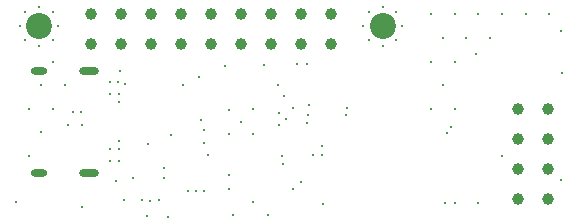
<source format=gbr>
%TF.GenerationSoftware,Altium Limited,Altium Designer,24.10.1 (45)*%
G04 Layer_Color=0*
%FSLAX43Y43*%
%MOMM*%
%TF.SameCoordinates,A2A37C0A-2E4C-4D70-BEA9-A141BDB90E95*%
%TF.FilePolarity,Positive*%
%TF.FileFunction,Plated,1,2,PTH,Drill*%
%TF.Part,Single*%
G01*
G75*
%TA.AperFunction,ComponentDrill*%
%ADD44O,1.400X0.600*%
%ADD45O,1.700X0.600*%
%ADD46C,1.000*%
%ADD47C,1.000*%
%ADD48C,0.300*%
%ADD49C,2.200*%
%TA.AperFunction,ViaDrill,NotFilled*%
%ADD50C,0.300*%
D44*
X2922Y4680D02*
D03*
Y13320D02*
D03*
D45*
X7102Y4680D02*
D03*
Y13320D02*
D03*
D46*
X7300Y18140D02*
D03*
Y15600D02*
D03*
X9840D02*
D03*
X20000D02*
D03*
X22540D02*
D03*
X14920D02*
D03*
X17460D02*
D03*
X25080D02*
D03*
X27620D02*
D03*
X12380D02*
D03*
X17460Y18140D02*
D03*
X9840D02*
D03*
X14920D02*
D03*
X12380D02*
D03*
X27620D02*
D03*
X20000D02*
D03*
X25080D02*
D03*
X22540D02*
D03*
D47*
X43485Y7544D02*
D03*
Y2464D02*
D03*
Y5004D02*
D03*
X46025D02*
D03*
Y2464D02*
D03*
X43485Y10084D02*
D03*
X46025D02*
D03*
Y7544D02*
D03*
D48*
X30833Y15933D02*
D03*
X30350Y17100D02*
D03*
X32000Y15450D02*
D03*
X33167Y15933D02*
D03*
X30833Y18267D02*
D03*
X32000Y18750D02*
D03*
X33650Y17100D02*
D03*
X33167Y18267D02*
D03*
X1733Y15933D02*
D03*
X1250Y17100D02*
D03*
X2900Y15450D02*
D03*
X4067Y15933D02*
D03*
X1733Y18267D02*
D03*
X2900Y18750D02*
D03*
X4550Y17100D02*
D03*
X4067Y18267D02*
D03*
D49*
X32000Y17100D02*
D03*
X2900D02*
D03*
D50*
X23094Y12094D02*
D03*
X15094D02*
D03*
X4094Y14094D02*
D03*
X5094Y12094D02*
D03*
X4094Y10094D02*
D03*
X3094Y12094D02*
D03*
X2094Y10094D02*
D03*
X3094Y8094D02*
D03*
X2094Y6094D02*
D03*
X46094Y18094D02*
D03*
X47094Y4094D02*
D03*
X44094Y18094D02*
D03*
X42094D02*
D03*
Y6094D02*
D03*
X40094Y18094D02*
D03*
X41094Y16094D02*
D03*
X40094Y2094D02*
D03*
X38094Y18094D02*
D03*
X39094Y16094D02*
D03*
X38094Y14094D02*
D03*
Y10094D02*
D03*
Y2094D02*
D03*
X36094Y18094D02*
D03*
X37094Y16094D02*
D03*
X36094Y14094D02*
D03*
X37094Y12094D02*
D03*
X36094Y10094D02*
D03*
X21026Y7992D02*
D03*
X18969Y7967D02*
D03*
X21031Y10033D02*
D03*
X18974Y10008D02*
D03*
X20000Y9000D02*
D03*
X28888Y9591D02*
D03*
X28941Y10178D02*
D03*
X25752Y10429D02*
D03*
X24403Y10171D02*
D03*
X13787Y941D02*
D03*
X16485Y12802D02*
D03*
X37795Y8560D02*
D03*
X37465Y8026D02*
D03*
X39878Y14757D02*
D03*
X47066Y16688D02*
D03*
X47193Y13157D02*
D03*
X22276Y1067D02*
D03*
X19329D02*
D03*
X12012Y1008D02*
D03*
X15494Y3099D02*
D03*
X16867D02*
D03*
X16205D02*
D03*
X18948Y3277D02*
D03*
X25062Y3924D02*
D03*
X23851Y9246D02*
D03*
X23673Y11176D02*
D03*
X25644Y9538D02*
D03*
X25552Y8890D02*
D03*
X16856Y7219D02*
D03*
X16875Y8254D02*
D03*
X16637Y9169D02*
D03*
X17247Y6147D02*
D03*
X23495Y6121D02*
D03*
X23520Y5385D02*
D03*
X14072Y7874D02*
D03*
X18628Y13741D02*
D03*
X25552Y13919D02*
D03*
X24765D02*
D03*
X26822Y6909D02*
D03*
Y6172D02*
D03*
X26086D02*
D03*
X21006Y2235D02*
D03*
X26924Y2057D02*
D03*
X24384Y3327D02*
D03*
X23241Y9754D02*
D03*
X23190Y8738D02*
D03*
X21971Y13792D02*
D03*
X6483Y9830D02*
D03*
X6500Y8746D02*
D03*
X13486Y4232D02*
D03*
X13513Y5105D02*
D03*
X18948Y4470D02*
D03*
X37313Y2083D02*
D03*
X913Y2234D02*
D03*
X5362Y8740D02*
D03*
X5754Y9828D02*
D03*
X13030Y2337D02*
D03*
X12319Y2311D02*
D03*
X9746Y13284D02*
D03*
X10204Y12219D02*
D03*
X12133Y7147D02*
D03*
X10825Y4248D02*
D03*
X9436Y3984D02*
D03*
X11649Y2342D02*
D03*
X10115Y2369D02*
D03*
X6570Y1777D02*
D03*
X9652Y11355D02*
D03*
Y10644D02*
D03*
X8915Y11355D02*
D03*
Y12319D02*
D03*
Y6669D02*
D03*
X9652D02*
D03*
Y7406D02*
D03*
X8915Y5705D02*
D03*
X9652D02*
D03*
X9587Y12322D02*
D03*
%TF.MD5,38c146f92014a8bafc6483a1e3c917db*%
M02*

</source>
